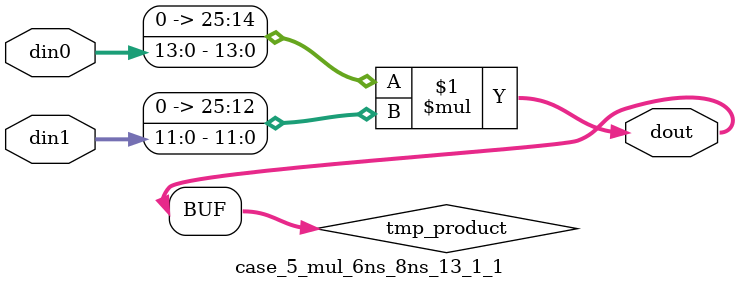
<source format=v>

`timescale 1 ns / 1 ps

 (* use_dsp = "no" *)  module case_5_mul_6ns_8ns_13_1_1(din0, din1, dout);
parameter ID = 1;
parameter NUM_STAGE = 0;
parameter din0_WIDTH = 14;
parameter din1_WIDTH = 12;
parameter dout_WIDTH = 26;

input [din0_WIDTH - 1 : 0] din0; 
input [din1_WIDTH - 1 : 0] din1; 
output [dout_WIDTH - 1 : 0] dout;

wire signed [dout_WIDTH - 1 : 0] tmp_product;
























assign tmp_product = $signed({1'b0, din0}) * $signed({1'b0, din1});











assign dout = tmp_product;





















endmodule

</source>
